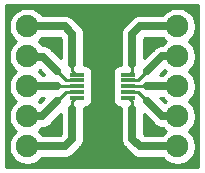
<source format=gbr>
%TF.GenerationSoftware,KiCad,Pcbnew,(5.1.6)-1*%
%TF.CreationDate,2020-11-03T09:44:00-08:00*%
%TF.ProjectId,Breakout_10TSSOP,42726561-6b6f-4757-945f-31305453534f,rev?*%
%TF.SameCoordinates,Original*%
%TF.FileFunction,Copper,L1,Top*%
%TF.FilePolarity,Positive*%
%FSLAX46Y46*%
G04 Gerber Fmt 4.6, Leading zero omitted, Abs format (unit mm)*
G04 Created by KiCad (PCBNEW (5.1.6)-1) date 2020-11-03 09:44:00*
%MOMM*%
%LPD*%
G01*
G04 APERTURE LIST*
%TA.AperFunction,ComponentPad*%
%ADD10O,1.905000X1.905000*%
%TD*%
%TA.AperFunction,SMDPad,CuDef*%
%ADD11R,1.308100X0.304800*%
%TD*%
%TA.AperFunction,Conductor*%
%ADD12C,0.700000*%
%TD*%
%TA.AperFunction,Conductor*%
%ADD13C,0.250000*%
%TD*%
%TA.AperFunction,NonConductor*%
%ADD14C,0.254000*%
%TD*%
G04 APERTURE END LIST*
D10*
%TO.P,J1,1*%
%TO.N,5*%
X123825000Y-113030000D03*
%TO.P,J1,2*%
%TO.N,4*%
X123825000Y-110490000D03*
%TO.P,J1,3*%
%TO.N,3*%
X123825000Y-107950000D03*
%TO.P,J1,4*%
%TO.N,2*%
X123825000Y-105410000D03*
%TO.P,J1,5*%
%TO.N,1*%
X123825000Y-102870000D03*
%TD*%
%TO.P,J2,5*%
%TO.N,10*%
X136525000Y-102870000D03*
%TO.P,J2,4*%
%TO.N,9*%
X136525000Y-105410000D03*
%TO.P,J2,3*%
%TO.N,8*%
X136525000Y-107950000D03*
%TO.P,J2,2*%
%TO.N,7*%
X136525000Y-110490000D03*
%TO.P,J2,1*%
%TO.N,6*%
X136525000Y-113030000D03*
%TD*%
D11*
%TO.P,U1,1*%
%TO.N,1*%
X128022350Y-106949999D03*
%TO.P,U1,2*%
%TO.N,2*%
X128022350Y-107450001D03*
%TO.P,U1,3*%
%TO.N,3*%
X128022350Y-107950000D03*
%TO.P,U1,4*%
%TO.N,4*%
X128022350Y-108449999D03*
%TO.P,U1,5*%
%TO.N,5*%
X128022350Y-108950001D03*
%TO.P,U1,6*%
%TO.N,6*%
X132327650Y-108950001D03*
%TO.P,U1,7*%
%TO.N,7*%
X132327650Y-108449999D03*
%TO.P,U1,8*%
%TO.N,8*%
X132327650Y-107950000D03*
%TO.P,U1,9*%
%TO.N,9*%
X132327650Y-107450001D03*
%TO.P,U1,10*%
%TO.N,10*%
X132327650Y-106949999D03*
%TD*%
D12*
%TO.N,5*%
X127000000Y-113030000D02*
X123825000Y-113030000D01*
X127635000Y-109855000D02*
X127635000Y-112395000D01*
X127635000Y-112395000D02*
X127000000Y-113030000D01*
D13*
X128022350Y-108950001D02*
X127904999Y-108950001D01*
X127635000Y-109220000D02*
X127635000Y-109855000D01*
X127904999Y-108950001D02*
X127635000Y-109220000D01*
%TO.N,4*%
X127118300Y-108449999D02*
X126365000Y-109203299D01*
X128022350Y-108449999D02*
X127118300Y-108449999D01*
X126365000Y-109203299D02*
X126365000Y-109220000D01*
D12*
X125095000Y-110490000D02*
X123825000Y-110490000D01*
X126365000Y-109220000D02*
X125095000Y-110490000D01*
D13*
%TO.N,3*%
X128022350Y-107950000D02*
X126365000Y-107950000D01*
D12*
X126365000Y-107950000D02*
X123825000Y-107950000D01*
D13*
%TO.N,2*%
X123841701Y-105426701D02*
X123825000Y-105410000D01*
D12*
X125095000Y-105426701D02*
X123841701Y-105426701D01*
X125111701Y-105426701D02*
X125095000Y-105426701D01*
X126365000Y-106680000D02*
X125111701Y-105426701D01*
D13*
X127135001Y-107450001D02*
X126365000Y-106680000D01*
X128022350Y-107450001D02*
X127135001Y-107450001D01*
D12*
%TO.N,1*%
X127635000Y-106045000D02*
X127635000Y-103505000D01*
X127000000Y-102870000D02*
X123825000Y-102870000D01*
X127635000Y-103505000D02*
X127000000Y-102870000D01*
D13*
X128022350Y-106949999D02*
X127904999Y-106949999D01*
X127904999Y-106949999D02*
X127635000Y-106680000D01*
X127635000Y-106680000D02*
X127635000Y-106045000D01*
D12*
%TO.N,10*%
X133350000Y-102870000D02*
X136525000Y-102870000D01*
X132715000Y-106045000D02*
X132715000Y-103505000D01*
X132715000Y-103505000D02*
X133350000Y-102870000D01*
D13*
X132327650Y-106949999D02*
X132445001Y-106949999D01*
X132715000Y-106680000D02*
X132715000Y-106045000D01*
X132445001Y-106949999D02*
X132715000Y-106680000D01*
D12*
%TO.N,9*%
X135255000Y-105410000D02*
X136525000Y-105410000D01*
X133985000Y-106680000D02*
X135255000Y-105410000D01*
D13*
X133214999Y-107450001D02*
X133985000Y-106680000D01*
X132327650Y-107450001D02*
X133214999Y-107450001D01*
%TO.N,8*%
X132327650Y-107950000D02*
X133985000Y-107950000D01*
D12*
X133985000Y-107950000D02*
X136525000Y-107950000D01*
%TO.N,7*%
X135255000Y-110490000D02*
X136525000Y-110490000D01*
X133985000Y-109220000D02*
X135255000Y-110490000D01*
D13*
X133214999Y-108449999D02*
X133985000Y-109220000D01*
X132327650Y-108449999D02*
X133214999Y-108449999D01*
D12*
%TO.N,6*%
X133350000Y-113030000D02*
X136525000Y-113030000D01*
X132715000Y-109855000D02*
X132715000Y-112395000D01*
X132715000Y-112395000D02*
X133350000Y-113030000D01*
D13*
X132327650Y-108950001D02*
X132445001Y-108950001D01*
X132715000Y-109220000D02*
X132715000Y-109855000D01*
X132445001Y-108950001D02*
X132715000Y-109220000D01*
%TD*%
D14*
G36*
X138303000Y-114808000D02*
G01*
X122047000Y-114808000D01*
X122047000Y-102713645D01*
X122237500Y-102713645D01*
X122237500Y-103026355D01*
X122298507Y-103333057D01*
X122418176Y-103621963D01*
X122591908Y-103881972D01*
X122813028Y-104103092D01*
X122868265Y-104140000D01*
X122813028Y-104176908D01*
X122591908Y-104398028D01*
X122418176Y-104658037D01*
X122298507Y-104946943D01*
X122237500Y-105253645D01*
X122237500Y-105566355D01*
X122298507Y-105873057D01*
X122418176Y-106161963D01*
X122591908Y-106421972D01*
X122813028Y-106643092D01*
X122868265Y-106680000D01*
X122813028Y-106716908D01*
X122591908Y-106938028D01*
X122418176Y-107198037D01*
X122298507Y-107486943D01*
X122237500Y-107793645D01*
X122237500Y-108106355D01*
X122298507Y-108413057D01*
X122418176Y-108701963D01*
X122591908Y-108961972D01*
X122813028Y-109183092D01*
X122868265Y-109220000D01*
X122813028Y-109256908D01*
X122591908Y-109478028D01*
X122418176Y-109738037D01*
X122298507Y-110026943D01*
X122237500Y-110333645D01*
X122237500Y-110646355D01*
X122298507Y-110953057D01*
X122418176Y-111241963D01*
X122591908Y-111501972D01*
X122813028Y-111723092D01*
X122868265Y-111760000D01*
X122813028Y-111796908D01*
X122591908Y-112018028D01*
X122418176Y-112278037D01*
X122298507Y-112566943D01*
X122237500Y-112873645D01*
X122237500Y-113186355D01*
X122298507Y-113493057D01*
X122418176Y-113781963D01*
X122591908Y-114041972D01*
X122813028Y-114263092D01*
X123073037Y-114436824D01*
X123361943Y-114556493D01*
X123668645Y-114617500D01*
X123981355Y-114617500D01*
X124288057Y-114556493D01*
X124576963Y-114436824D01*
X124836972Y-114263092D01*
X125058092Y-114041972D01*
X125076114Y-114015000D01*
X126951620Y-114015000D01*
X127000000Y-114019765D01*
X127048380Y-114015000D01*
X127193094Y-114000747D01*
X127378767Y-113944424D01*
X127549884Y-113852960D01*
X127699870Y-113729870D01*
X127730716Y-113692284D01*
X128297284Y-113125716D01*
X128334870Y-113094870D01*
X128457960Y-112944884D01*
X128549424Y-112773767D01*
X128605747Y-112588094D01*
X128620000Y-112443380D01*
X128624765Y-112395000D01*
X128620000Y-112346620D01*
X128620000Y-109806620D01*
X128613485Y-109740473D01*
X128676400Y-109740473D01*
X128800882Y-109728213D01*
X128920580Y-109691903D01*
X129030894Y-109632938D01*
X129127585Y-109553586D01*
X129206937Y-109456895D01*
X129265902Y-109346581D01*
X129302212Y-109226883D01*
X129314472Y-109102401D01*
X129314472Y-108797601D01*
X129304859Y-108700000D01*
X129314472Y-108602399D01*
X129314472Y-108297599D01*
X129304860Y-108199999D01*
X129314472Y-108102400D01*
X129314472Y-107797600D01*
X129304860Y-107700000D01*
X129314472Y-107602401D01*
X129314472Y-107297601D01*
X129304859Y-107200000D01*
X129314472Y-107102399D01*
X129314472Y-106797599D01*
X131035528Y-106797599D01*
X131035528Y-107102399D01*
X131045141Y-107200000D01*
X131035528Y-107297601D01*
X131035528Y-107602401D01*
X131045140Y-107700001D01*
X131035528Y-107797600D01*
X131035528Y-108102400D01*
X131045140Y-108200000D01*
X131035528Y-108297599D01*
X131035528Y-108602399D01*
X131045141Y-108700000D01*
X131035528Y-108797601D01*
X131035528Y-109102401D01*
X131047788Y-109226883D01*
X131084098Y-109346581D01*
X131143063Y-109456895D01*
X131222415Y-109553586D01*
X131319106Y-109632938D01*
X131429420Y-109691903D01*
X131549118Y-109728213D01*
X131673600Y-109740473D01*
X131736515Y-109740473D01*
X131730000Y-109806621D01*
X131730001Y-112346610D01*
X131725235Y-112395000D01*
X131744253Y-112588093D01*
X131800576Y-112773766D01*
X131834326Y-112836907D01*
X131892041Y-112944884D01*
X132015131Y-113094870D01*
X132052711Y-113125711D01*
X132619284Y-113692284D01*
X132650130Y-113729870D01*
X132800115Y-113852959D01*
X132800116Y-113852960D01*
X132971233Y-113944424D01*
X133156906Y-114000747D01*
X133350000Y-114019765D01*
X133398380Y-114015000D01*
X135273886Y-114015000D01*
X135291908Y-114041972D01*
X135513028Y-114263092D01*
X135773037Y-114436824D01*
X136061943Y-114556493D01*
X136368645Y-114617500D01*
X136681355Y-114617500D01*
X136988057Y-114556493D01*
X137276963Y-114436824D01*
X137536972Y-114263092D01*
X137758092Y-114041972D01*
X137931824Y-113781963D01*
X138051493Y-113493057D01*
X138112500Y-113186355D01*
X138112500Y-112873645D01*
X138051493Y-112566943D01*
X137931824Y-112278037D01*
X137758092Y-112018028D01*
X137536972Y-111796908D01*
X137481735Y-111760000D01*
X137536972Y-111723092D01*
X137758092Y-111501972D01*
X137931824Y-111241963D01*
X138051493Y-110953057D01*
X138112500Y-110646355D01*
X138112500Y-110333645D01*
X138051493Y-110026943D01*
X137931824Y-109738037D01*
X137758092Y-109478028D01*
X137536972Y-109256908D01*
X137481735Y-109220000D01*
X137536972Y-109183092D01*
X137758092Y-108961972D01*
X137931824Y-108701963D01*
X138051493Y-108413057D01*
X138112500Y-108106355D01*
X138112500Y-107793645D01*
X138051493Y-107486943D01*
X137931824Y-107198037D01*
X137758092Y-106938028D01*
X137536972Y-106716908D01*
X137481735Y-106680000D01*
X137536972Y-106643092D01*
X137758092Y-106421972D01*
X137931824Y-106161963D01*
X138051493Y-105873057D01*
X138112500Y-105566355D01*
X138112500Y-105253645D01*
X138051493Y-104946943D01*
X137931824Y-104658037D01*
X137758092Y-104398028D01*
X137536972Y-104176908D01*
X137481735Y-104140000D01*
X137536972Y-104103092D01*
X137758092Y-103881972D01*
X137931824Y-103621963D01*
X138051493Y-103333057D01*
X138112500Y-103026355D01*
X138112500Y-102713645D01*
X138051493Y-102406943D01*
X137931824Y-102118037D01*
X137758092Y-101858028D01*
X137536972Y-101636908D01*
X137276963Y-101463176D01*
X136988057Y-101343507D01*
X136681355Y-101282500D01*
X136368645Y-101282500D01*
X136061943Y-101343507D01*
X135773037Y-101463176D01*
X135513028Y-101636908D01*
X135291908Y-101858028D01*
X135273886Y-101885000D01*
X133398380Y-101885000D01*
X133350000Y-101880235D01*
X133301620Y-101885000D01*
X133156906Y-101899253D01*
X132971233Y-101955576D01*
X132800116Y-102047040D01*
X132650130Y-102170130D01*
X132619284Y-102207716D01*
X132052711Y-102774289D01*
X132015131Y-102805130D01*
X131892041Y-102955116D01*
X131853963Y-103026355D01*
X131800576Y-103126234D01*
X131744253Y-103311907D01*
X131725235Y-103505000D01*
X131730001Y-103553390D01*
X131730000Y-106093379D01*
X131736515Y-106159527D01*
X131673600Y-106159527D01*
X131549118Y-106171787D01*
X131429420Y-106208097D01*
X131319106Y-106267062D01*
X131222415Y-106346414D01*
X131143063Y-106443105D01*
X131084098Y-106553419D01*
X131047788Y-106673117D01*
X131035528Y-106797599D01*
X129314472Y-106797599D01*
X129302212Y-106673117D01*
X129265902Y-106553419D01*
X129206937Y-106443105D01*
X129127585Y-106346414D01*
X129030894Y-106267062D01*
X128920580Y-106208097D01*
X128800882Y-106171787D01*
X128676400Y-106159527D01*
X128613485Y-106159527D01*
X128620000Y-106093380D01*
X128620000Y-103553380D01*
X128624765Y-103505000D01*
X128605747Y-103311906D01*
X128549424Y-103126233D01*
X128457960Y-102955116D01*
X128388107Y-102870000D01*
X128334870Y-102805130D01*
X128297284Y-102774284D01*
X127730716Y-102207716D01*
X127699870Y-102170130D01*
X127549884Y-102047040D01*
X127378767Y-101955576D01*
X127193094Y-101899253D01*
X127048380Y-101885000D01*
X127000000Y-101880235D01*
X126951620Y-101885000D01*
X125076114Y-101885000D01*
X125058092Y-101858028D01*
X124836972Y-101636908D01*
X124576963Y-101463176D01*
X124288057Y-101343507D01*
X123981355Y-101282500D01*
X123668645Y-101282500D01*
X123361943Y-101343507D01*
X123073037Y-101463176D01*
X122813028Y-101636908D01*
X122591908Y-101858028D01*
X122418176Y-102118037D01*
X122298507Y-102406943D01*
X122237500Y-102713645D01*
X122047000Y-102713645D01*
X122047000Y-101092000D01*
X138303000Y-101092000D01*
X138303000Y-114808000D01*
G37*
X138303000Y-114808000D02*
X122047000Y-114808000D01*
X122047000Y-102713645D01*
X122237500Y-102713645D01*
X122237500Y-103026355D01*
X122298507Y-103333057D01*
X122418176Y-103621963D01*
X122591908Y-103881972D01*
X122813028Y-104103092D01*
X122868265Y-104140000D01*
X122813028Y-104176908D01*
X122591908Y-104398028D01*
X122418176Y-104658037D01*
X122298507Y-104946943D01*
X122237500Y-105253645D01*
X122237500Y-105566355D01*
X122298507Y-105873057D01*
X122418176Y-106161963D01*
X122591908Y-106421972D01*
X122813028Y-106643092D01*
X122868265Y-106680000D01*
X122813028Y-106716908D01*
X122591908Y-106938028D01*
X122418176Y-107198037D01*
X122298507Y-107486943D01*
X122237500Y-107793645D01*
X122237500Y-108106355D01*
X122298507Y-108413057D01*
X122418176Y-108701963D01*
X122591908Y-108961972D01*
X122813028Y-109183092D01*
X122868265Y-109220000D01*
X122813028Y-109256908D01*
X122591908Y-109478028D01*
X122418176Y-109738037D01*
X122298507Y-110026943D01*
X122237500Y-110333645D01*
X122237500Y-110646355D01*
X122298507Y-110953057D01*
X122418176Y-111241963D01*
X122591908Y-111501972D01*
X122813028Y-111723092D01*
X122868265Y-111760000D01*
X122813028Y-111796908D01*
X122591908Y-112018028D01*
X122418176Y-112278037D01*
X122298507Y-112566943D01*
X122237500Y-112873645D01*
X122237500Y-113186355D01*
X122298507Y-113493057D01*
X122418176Y-113781963D01*
X122591908Y-114041972D01*
X122813028Y-114263092D01*
X123073037Y-114436824D01*
X123361943Y-114556493D01*
X123668645Y-114617500D01*
X123981355Y-114617500D01*
X124288057Y-114556493D01*
X124576963Y-114436824D01*
X124836972Y-114263092D01*
X125058092Y-114041972D01*
X125076114Y-114015000D01*
X126951620Y-114015000D01*
X127000000Y-114019765D01*
X127048380Y-114015000D01*
X127193094Y-114000747D01*
X127378767Y-113944424D01*
X127549884Y-113852960D01*
X127699870Y-113729870D01*
X127730716Y-113692284D01*
X128297284Y-113125716D01*
X128334870Y-113094870D01*
X128457960Y-112944884D01*
X128549424Y-112773767D01*
X128605747Y-112588094D01*
X128620000Y-112443380D01*
X128624765Y-112395000D01*
X128620000Y-112346620D01*
X128620000Y-109806620D01*
X128613485Y-109740473D01*
X128676400Y-109740473D01*
X128800882Y-109728213D01*
X128920580Y-109691903D01*
X129030894Y-109632938D01*
X129127585Y-109553586D01*
X129206937Y-109456895D01*
X129265902Y-109346581D01*
X129302212Y-109226883D01*
X129314472Y-109102401D01*
X129314472Y-108797601D01*
X129304859Y-108700000D01*
X129314472Y-108602399D01*
X129314472Y-108297599D01*
X129304860Y-108199999D01*
X129314472Y-108102400D01*
X129314472Y-107797600D01*
X129304860Y-107700000D01*
X129314472Y-107602401D01*
X129314472Y-107297601D01*
X129304859Y-107200000D01*
X129314472Y-107102399D01*
X129314472Y-106797599D01*
X131035528Y-106797599D01*
X131035528Y-107102399D01*
X131045141Y-107200000D01*
X131035528Y-107297601D01*
X131035528Y-107602401D01*
X131045140Y-107700001D01*
X131035528Y-107797600D01*
X131035528Y-108102400D01*
X131045140Y-108200000D01*
X131035528Y-108297599D01*
X131035528Y-108602399D01*
X131045141Y-108700000D01*
X131035528Y-108797601D01*
X131035528Y-109102401D01*
X131047788Y-109226883D01*
X131084098Y-109346581D01*
X131143063Y-109456895D01*
X131222415Y-109553586D01*
X131319106Y-109632938D01*
X131429420Y-109691903D01*
X131549118Y-109728213D01*
X131673600Y-109740473D01*
X131736515Y-109740473D01*
X131730000Y-109806621D01*
X131730001Y-112346610D01*
X131725235Y-112395000D01*
X131744253Y-112588093D01*
X131800576Y-112773766D01*
X131834326Y-112836907D01*
X131892041Y-112944884D01*
X132015131Y-113094870D01*
X132052711Y-113125711D01*
X132619284Y-113692284D01*
X132650130Y-113729870D01*
X132800115Y-113852959D01*
X132800116Y-113852960D01*
X132971233Y-113944424D01*
X133156906Y-114000747D01*
X133350000Y-114019765D01*
X133398380Y-114015000D01*
X135273886Y-114015000D01*
X135291908Y-114041972D01*
X135513028Y-114263092D01*
X135773037Y-114436824D01*
X136061943Y-114556493D01*
X136368645Y-114617500D01*
X136681355Y-114617500D01*
X136988057Y-114556493D01*
X137276963Y-114436824D01*
X137536972Y-114263092D01*
X137758092Y-114041972D01*
X137931824Y-113781963D01*
X138051493Y-113493057D01*
X138112500Y-113186355D01*
X138112500Y-112873645D01*
X138051493Y-112566943D01*
X137931824Y-112278037D01*
X137758092Y-112018028D01*
X137536972Y-111796908D01*
X137481735Y-111760000D01*
X137536972Y-111723092D01*
X137758092Y-111501972D01*
X137931824Y-111241963D01*
X138051493Y-110953057D01*
X138112500Y-110646355D01*
X138112500Y-110333645D01*
X138051493Y-110026943D01*
X137931824Y-109738037D01*
X137758092Y-109478028D01*
X137536972Y-109256908D01*
X137481735Y-109220000D01*
X137536972Y-109183092D01*
X137758092Y-108961972D01*
X137931824Y-108701963D01*
X138051493Y-108413057D01*
X138112500Y-108106355D01*
X138112500Y-107793645D01*
X138051493Y-107486943D01*
X137931824Y-107198037D01*
X137758092Y-106938028D01*
X137536972Y-106716908D01*
X137481735Y-106680000D01*
X137536972Y-106643092D01*
X137758092Y-106421972D01*
X137931824Y-106161963D01*
X138051493Y-105873057D01*
X138112500Y-105566355D01*
X138112500Y-105253645D01*
X138051493Y-104946943D01*
X137931824Y-104658037D01*
X137758092Y-104398028D01*
X137536972Y-104176908D01*
X137481735Y-104140000D01*
X137536972Y-104103092D01*
X137758092Y-103881972D01*
X137931824Y-103621963D01*
X138051493Y-103333057D01*
X138112500Y-103026355D01*
X138112500Y-102713645D01*
X138051493Y-102406943D01*
X137931824Y-102118037D01*
X137758092Y-101858028D01*
X137536972Y-101636908D01*
X137276963Y-101463176D01*
X136988057Y-101343507D01*
X136681355Y-101282500D01*
X136368645Y-101282500D01*
X136061943Y-101343507D01*
X135773037Y-101463176D01*
X135513028Y-101636908D01*
X135291908Y-101858028D01*
X135273886Y-101885000D01*
X133398380Y-101885000D01*
X133350000Y-101880235D01*
X133301620Y-101885000D01*
X133156906Y-101899253D01*
X132971233Y-101955576D01*
X132800116Y-102047040D01*
X132650130Y-102170130D01*
X132619284Y-102207716D01*
X132052711Y-102774289D01*
X132015131Y-102805130D01*
X131892041Y-102955116D01*
X131853963Y-103026355D01*
X131800576Y-103126234D01*
X131744253Y-103311907D01*
X131725235Y-103505000D01*
X131730001Y-103553390D01*
X131730000Y-106093379D01*
X131736515Y-106159527D01*
X131673600Y-106159527D01*
X131549118Y-106171787D01*
X131429420Y-106208097D01*
X131319106Y-106267062D01*
X131222415Y-106346414D01*
X131143063Y-106443105D01*
X131084098Y-106553419D01*
X131047788Y-106673117D01*
X131035528Y-106797599D01*
X129314472Y-106797599D01*
X129302212Y-106673117D01*
X129265902Y-106553419D01*
X129206937Y-106443105D01*
X129127585Y-106346414D01*
X129030894Y-106267062D01*
X128920580Y-106208097D01*
X128800882Y-106171787D01*
X128676400Y-106159527D01*
X128613485Y-106159527D01*
X128620000Y-106093380D01*
X128620000Y-103553380D01*
X128624765Y-103505000D01*
X128605747Y-103311906D01*
X128549424Y-103126233D01*
X128457960Y-102955116D01*
X128388107Y-102870000D01*
X128334870Y-102805130D01*
X128297284Y-102774284D01*
X127730716Y-102207716D01*
X127699870Y-102170130D01*
X127549884Y-102047040D01*
X127378767Y-101955576D01*
X127193094Y-101899253D01*
X127048380Y-101885000D01*
X127000000Y-101880235D01*
X126951620Y-101885000D01*
X125076114Y-101885000D01*
X125058092Y-101858028D01*
X124836972Y-101636908D01*
X124576963Y-101463176D01*
X124288057Y-101343507D01*
X123981355Y-101282500D01*
X123668645Y-101282500D01*
X123361943Y-101343507D01*
X123073037Y-101463176D01*
X122813028Y-101636908D01*
X122591908Y-101858028D01*
X122418176Y-102118037D01*
X122298507Y-102406943D01*
X122237500Y-102713645D01*
X122047000Y-102713645D01*
X122047000Y-101092000D01*
X138303000Y-101092000D01*
X138303000Y-114808000D01*
G36*
X134524284Y-111152284D02*
G01*
X134555130Y-111189870D01*
X134705116Y-111312960D01*
X134876233Y-111404424D01*
X135018691Y-111447638D01*
X135061905Y-111460747D01*
X135254999Y-111479765D01*
X135275707Y-111477725D01*
X135291908Y-111501972D01*
X135513028Y-111723092D01*
X135568265Y-111760000D01*
X135513028Y-111796908D01*
X135291908Y-112018028D01*
X135273886Y-112045000D01*
X133758000Y-112045000D01*
X133700000Y-111987000D01*
X133700000Y-110328000D01*
X134524284Y-111152284D01*
G37*
X134524284Y-111152284D02*
X134555130Y-111189870D01*
X134705116Y-111312960D01*
X134876233Y-111404424D01*
X135018691Y-111447638D01*
X135061905Y-111460747D01*
X135254999Y-111479765D01*
X135275707Y-111477725D01*
X135291908Y-111501972D01*
X135513028Y-111723092D01*
X135568265Y-111760000D01*
X135513028Y-111796908D01*
X135291908Y-112018028D01*
X135273886Y-112045000D01*
X133758000Y-112045000D01*
X133700000Y-111987000D01*
X133700000Y-110328000D01*
X134524284Y-111152284D01*
G36*
X135291908Y-108961972D02*
G01*
X135513028Y-109183092D01*
X135568265Y-109220000D01*
X135513028Y-109256908D01*
X135463968Y-109305968D01*
X135093000Y-108935000D01*
X135273886Y-108935000D01*
X135291908Y-108961972D01*
G37*
X135291908Y-108961972D02*
X135513028Y-109183092D01*
X135568265Y-109220000D01*
X135513028Y-109256908D01*
X135463968Y-109305968D01*
X135093000Y-108935000D01*
X135273886Y-108935000D01*
X135291908Y-108961972D01*
G36*
X135513028Y-106643092D02*
G01*
X135568265Y-106680000D01*
X135513028Y-106716908D01*
X135291908Y-106938028D01*
X135273886Y-106965000D01*
X135093000Y-106965000D01*
X135463968Y-106594032D01*
X135513028Y-106643092D01*
G37*
X135513028Y-106643092D02*
X135568265Y-106680000D01*
X135513028Y-106716908D01*
X135291908Y-106938028D01*
X135273886Y-106965000D01*
X135093000Y-106965000D01*
X135463968Y-106594032D01*
X135513028Y-106643092D01*
G36*
X135291908Y-103881972D02*
G01*
X135513028Y-104103092D01*
X135568265Y-104140000D01*
X135513028Y-104176908D01*
X135291908Y-104398028D01*
X135275707Y-104422275D01*
X135254999Y-104420235D01*
X135061905Y-104439253D01*
X135018691Y-104452362D01*
X134876233Y-104495576D01*
X134705116Y-104587040D01*
X134555130Y-104710130D01*
X134524284Y-104747716D01*
X133700000Y-105572000D01*
X133700000Y-103913000D01*
X133758000Y-103855000D01*
X135273886Y-103855000D01*
X135291908Y-103881972D01*
G37*
X135291908Y-103881972D02*
X135513028Y-104103092D01*
X135568265Y-104140000D01*
X135513028Y-104176908D01*
X135291908Y-104398028D01*
X135275707Y-104422275D01*
X135254999Y-104420235D01*
X135061905Y-104439253D01*
X135018691Y-104452362D01*
X134876233Y-104495576D01*
X134705116Y-104587040D01*
X134555130Y-104710130D01*
X134524284Y-104747716D01*
X133700000Y-105572000D01*
X133700000Y-103913000D01*
X133758000Y-103855000D01*
X135273886Y-103855000D01*
X135291908Y-103881972D01*
G36*
X126650001Y-111986999D02*
G01*
X126592000Y-112045000D01*
X125076114Y-112045000D01*
X125058092Y-112018028D01*
X124836972Y-111796908D01*
X124781735Y-111760000D01*
X124836972Y-111723092D01*
X125058092Y-111501972D01*
X125074293Y-111477726D01*
X125095000Y-111479765D01*
X125143380Y-111475000D01*
X125288094Y-111460747D01*
X125473767Y-111404424D01*
X125644884Y-111312960D01*
X125794870Y-111189870D01*
X125825716Y-111152284D01*
X126650000Y-110328000D01*
X126650001Y-111986999D01*
G37*
X126650001Y-111986999D02*
X126592000Y-112045000D01*
X125076114Y-112045000D01*
X125058092Y-112018028D01*
X124836972Y-111796908D01*
X124781735Y-111760000D01*
X124836972Y-111723092D01*
X125058092Y-111501972D01*
X125074293Y-111477726D01*
X125095000Y-111479765D01*
X125143380Y-111475000D01*
X125288094Y-111460747D01*
X125473767Y-111404424D01*
X125644884Y-111312960D01*
X125794870Y-111189870D01*
X125825716Y-111152284D01*
X126650000Y-110328000D01*
X126650001Y-111986999D01*
G36*
X124886032Y-109305968D02*
G01*
X124836972Y-109256908D01*
X124781735Y-109220000D01*
X124836972Y-109183092D01*
X125058092Y-108961972D01*
X125076114Y-108935000D01*
X125257000Y-108935000D01*
X124886032Y-109305968D01*
G37*
X124886032Y-109305968D02*
X124836972Y-109256908D01*
X124781735Y-109220000D01*
X124836972Y-109183092D01*
X125058092Y-108961972D01*
X125076114Y-108935000D01*
X125257000Y-108935000D01*
X124886032Y-109305968D01*
G36*
X125257000Y-106965000D02*
G01*
X125076114Y-106965000D01*
X125058092Y-106938028D01*
X124836972Y-106716908D01*
X124781735Y-106680000D01*
X124836972Y-106643092D01*
X124886032Y-106594032D01*
X125257000Y-106965000D01*
G37*
X125257000Y-106965000D02*
X125076114Y-106965000D01*
X125058092Y-106938028D01*
X124836972Y-106716908D01*
X124781735Y-106680000D01*
X124836972Y-106643092D01*
X124886032Y-106594032D01*
X125257000Y-106965000D01*
G36*
X126650001Y-103913001D02*
G01*
X126650000Y-105572000D01*
X125842417Y-104764417D01*
X125811571Y-104726831D01*
X125661585Y-104603741D01*
X125490468Y-104512277D01*
X125304795Y-104455954D01*
X125160081Y-104441701D01*
X125111701Y-104436936D01*
X125085794Y-104439488D01*
X125058092Y-104398028D01*
X124836972Y-104176908D01*
X124781735Y-104140000D01*
X124836972Y-104103092D01*
X125058092Y-103881972D01*
X125076114Y-103855000D01*
X126592000Y-103855000D01*
X126650001Y-103913001D01*
G37*
X126650001Y-103913001D02*
X126650000Y-105572000D01*
X125842417Y-104764417D01*
X125811571Y-104726831D01*
X125661585Y-104603741D01*
X125490468Y-104512277D01*
X125304795Y-104455954D01*
X125160081Y-104441701D01*
X125111701Y-104436936D01*
X125085794Y-104439488D01*
X125058092Y-104398028D01*
X124836972Y-104176908D01*
X124781735Y-104140000D01*
X124836972Y-104103092D01*
X125058092Y-103881972D01*
X125076114Y-103855000D01*
X126592000Y-103855000D01*
X126650001Y-103913001D01*
M02*

</source>
